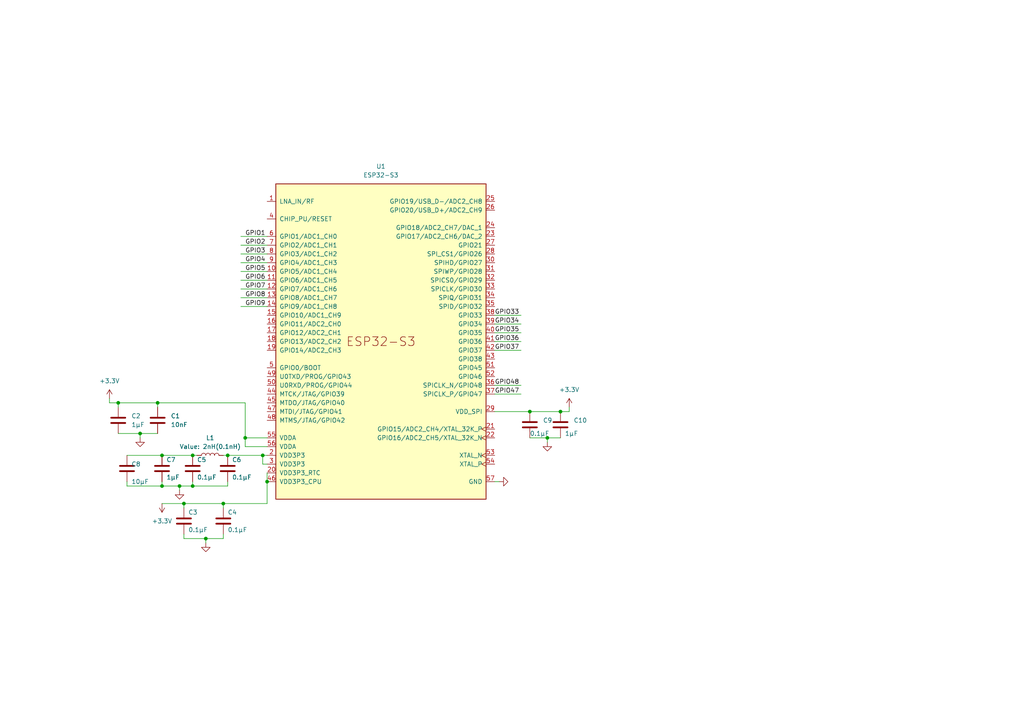
<source format=kicad_sch>
(kicad_sch (version 20230121) (generator eeschema)

  (uuid b3ecbcce-8bc5-493c-b5b6-3e2f69f7358a)

  (paper "A4")

  (lib_symbols
    (symbol "Device:C" (pin_numbers hide) (pin_names (offset 0.254)) (in_bom yes) (on_board yes)
      (property "Reference" "C" (at 0.635 2.54 0)
        (effects (font (size 1.27 1.27)) (justify left))
      )
      (property "Value" "C" (at 0.635 -2.54 0)
        (effects (font (size 1.27 1.27)) (justify left))
      )
      (property "Footprint" "" (at 0.9652 -3.81 0)
        (effects (font (size 1.27 1.27)) hide)
      )
      (property "Datasheet" "~" (at 0 0 0)
        (effects (font (size 1.27 1.27)) hide)
      )
      (property "ki_keywords" "cap capacitor" (at 0 0 0)
        (effects (font (size 1.27 1.27)) hide)
      )
      (property "ki_description" "Unpolarized capacitor" (at 0 0 0)
        (effects (font (size 1.27 1.27)) hide)
      )
      (property "ki_fp_filters" "C_*" (at 0 0 0)
        (effects (font (size 1.27 1.27)) hide)
      )
      (symbol "C_0_1"
        (polyline
          (pts
            (xy -2.032 -0.762)
            (xy 2.032 -0.762)
          )
          (stroke (width 0.508) (type default))
          (fill (type none))
        )
        (polyline
          (pts
            (xy -2.032 0.762)
            (xy 2.032 0.762)
          )
          (stroke (width 0.508) (type default))
          (fill (type none))
        )
      )
      (symbol "C_1_1"
        (pin passive line (at 0 3.81 270) (length 2.794)
          (name "~" (effects (font (size 1.27 1.27))))
          (number "1" (effects (font (size 1.27 1.27))))
        )
        (pin passive line (at 0 -3.81 90) (length 2.794)
          (name "~" (effects (font (size 1.27 1.27))))
          (number "2" (effects (font (size 1.27 1.27))))
        )
      )
    )
    (symbol "Device:L" (pin_numbers hide) (pin_names (offset 1.016) hide) (in_bom yes) (on_board yes)
      (property "Reference" "L" (at -1.27 0 90)
        (effects (font (size 1.27 1.27)))
      )
      (property "Value" "L" (at 1.905 0 90)
        (effects (font (size 1.27 1.27)))
      )
      (property "Footprint" "" (at 0 0 0)
        (effects (font (size 1.27 1.27)) hide)
      )
      (property "Datasheet" "~" (at 0 0 0)
        (effects (font (size 1.27 1.27)) hide)
      )
      (property "ki_keywords" "inductor choke coil reactor magnetic" (at 0 0 0)
        (effects (font (size 1.27 1.27)) hide)
      )
      (property "ki_description" "Inductor" (at 0 0 0)
        (effects (font (size 1.27 1.27)) hide)
      )
      (property "ki_fp_filters" "Choke_* *Coil* Inductor_* L_*" (at 0 0 0)
        (effects (font (size 1.27 1.27)) hide)
      )
      (symbol "L_0_1"
        (arc (start 0 -2.54) (mid 0.6323 -1.905) (end 0 -1.27)
          (stroke (width 0) (type default))
          (fill (type none))
        )
        (arc (start 0 -1.27) (mid 0.6323 -0.635) (end 0 0)
          (stroke (width 0) (type default))
          (fill (type none))
        )
        (arc (start 0 0) (mid 0.6323 0.635) (end 0 1.27)
          (stroke (width 0) (type default))
          (fill (type none))
        )
        (arc (start 0 1.27) (mid 0.6323 1.905) (end 0 2.54)
          (stroke (width 0) (type default))
          (fill (type none))
        )
      )
      (symbol "L_1_1"
        (pin passive line (at 0 3.81 270) (length 1.27)
          (name "1" (effects (font (size 1.27 1.27))))
          (number "1" (effects (font (size 1.27 1.27))))
        )
        (pin passive line (at 0 -3.81 90) (length 1.27)
          (name "2" (effects (font (size 1.27 1.27))))
          (number "2" (effects (font (size 1.27 1.27))))
        )
      )
    )
    (symbol "Espressif:ESP32-S3" (pin_names (offset 1.016)) (in_bom yes) (on_board yes)
      (property "Reference" "U" (at 0 48.26 0)
        (effects (font (size 1.27 1.27)))
      )
      (property "Value" "ESP32-S3" (at 0 -48.26 0)
        (effects (font (size 1.27 1.27)))
      )
      (property "Footprint" "Package_DFN_QFN:QFN-56-1EP_7x7mm_P0.4mm_EP5.6x5.6mm" (at 0 -50.8 0)
        (effects (font (size 1.27 1.27)) hide)
      )
      (property "Datasheet" "https://www.espressif.com/sites/default/files/documentation/esp32-s3_datasheet_en.pdf" (at 0 -53.34 0)
        (effects (font (size 1.27 1.27)) hide)
      )
      (property "ki_description" "ESP32-S3 is a low-power MCU-based system-on-chip (SoC) that supports 2.4 GHz Wi-Fi and Bluetooth® Low Energy (Bluetooth LE). It consists of high-performance dual-core microprocessor (Xtensa® 32-bit LX7), a low power coprocessor, a Wi-Fi baseband, a Bluetooth LE baseband, RF module, and peripherals." (at 0 0 0)
        (effects (font (size 1.27 1.27)) hide)
      )
      (symbol "ESP32-S3_0_0"
        (text "ESP32-S3" (at 0 0 0)
          (effects (font (size 2.54 2.54)))
        )
        (pin bidirectional line (at 33.02 -12.7 180) (length 2.54)
          (name "SPICLK_N/GPIO48" (effects (font (size 1.27 1.27))))
          (number "36" (effects (font (size 1.27 1.27))))
        )
        (pin bidirectional line (at 33.02 -15.24 180) (length 2.54)
          (name "SPICLK_P/GPIO47" (effects (font (size 1.27 1.27))))
          (number "37" (effects (font (size 1.27 1.27))))
        )
      )
      (symbol "ESP32-S3_0_1"
        (rectangle (start -30.48 45.72) (end 30.48 -45.72)
          (stroke (width 0.254) (type default))
          (fill (type background))
        )
      )
      (symbol "ESP32-S3_1_1"
        (pin bidirectional line (at -33.02 40.64 0) (length 2.54)
          (name "LNA_IN/RF" (effects (font (size 1.27 1.27))))
          (number "1" (effects (font (size 1.27 1.27))))
        )
        (pin bidirectional line (at -33.02 20.32 0) (length 2.54)
          (name "GPIO5/ADC1_CH4" (effects (font (size 1.27 1.27))))
          (number "10" (effects (font (size 1.27 1.27))))
        )
        (pin bidirectional line (at -33.02 17.78 0) (length 2.54)
          (name "GPIO6/ADC1_CH5" (effects (font (size 1.27 1.27))))
          (number "11" (effects (font (size 1.27 1.27))))
        )
        (pin bidirectional line (at -33.02 15.24 0) (length 2.54)
          (name "GPIO7/ADC1_CH6" (effects (font (size 1.27 1.27))))
          (number "12" (effects (font (size 1.27 1.27))))
        )
        (pin bidirectional line (at -33.02 12.7 0) (length 2.54)
          (name "GPIO8/ADC1_CH7" (effects (font (size 1.27 1.27))))
          (number "13" (effects (font (size 1.27 1.27))))
        )
        (pin bidirectional line (at -33.02 10.16 0) (length 2.54)
          (name "GPIO9/ADC1_CH8" (effects (font (size 1.27 1.27))))
          (number "14" (effects (font (size 1.27 1.27))))
        )
        (pin bidirectional line (at -33.02 7.62 0) (length 2.54)
          (name "GPIO10/ADC1_CH9" (effects (font (size 1.27 1.27))))
          (number "15" (effects (font (size 1.27 1.27))))
        )
        (pin bidirectional line (at -33.02 5.08 0) (length 2.54)
          (name "GPIO11/ADC2_CH0" (effects (font (size 1.27 1.27))))
          (number "16" (effects (font (size 1.27 1.27))))
        )
        (pin bidirectional line (at -33.02 2.54 0) (length 2.54)
          (name "GPIO12/ADC2_CH1" (effects (font (size 1.27 1.27))))
          (number "17" (effects (font (size 1.27 1.27))))
        )
        (pin bidirectional line (at -33.02 0 0) (length 2.54)
          (name "GPIO13/ADC2_CH2" (effects (font (size 1.27 1.27))))
          (number "18" (effects (font (size 1.27 1.27))))
        )
        (pin bidirectional line (at -33.02 -2.54 0) (length 2.54)
          (name "GPIO14/ADC2_CH3" (effects (font (size 1.27 1.27))))
          (number "19" (effects (font (size 1.27 1.27))))
        )
        (pin power_in line (at -33.02 -33.02 0) (length 2.54)
          (name "VDD3P3" (effects (font (size 1.27 1.27))))
          (number "2" (effects (font (size 1.27 1.27))))
        )
        (pin power_in line (at -33.02 -38.1 0) (length 2.54)
          (name "VDD3P3_RTC" (effects (font (size 1.27 1.27))))
          (number "20" (effects (font (size 1.27 1.27))))
        )
        (pin input clock (at 33.02 -25.4 180) (length 2.54)
          (name "GPIO15/ADC2_CH4/XTAL_32K_P" (effects (font (size 1.27 1.27))))
          (number "21" (effects (font (size 1.27 1.27))))
        )
        (pin output clock (at 33.02 -27.94 180) (length 2.54)
          (name "GPIO16/ADC2_CH5/XTAL_32K_N" (effects (font (size 1.27 1.27))))
          (number "22" (effects (font (size 1.27 1.27))))
        )
        (pin bidirectional line (at 33.02 30.48 180) (length 2.54)
          (name "GPIO17/ADC2_CH6/DAC_2" (effects (font (size 1.27 1.27))))
          (number "23" (effects (font (size 1.27 1.27))))
        )
        (pin bidirectional line (at 33.02 33.02 180) (length 2.54)
          (name "GPIO18/ADC2_CH7/DAC_1" (effects (font (size 1.27 1.27))))
          (number "24" (effects (font (size 1.27 1.27))))
        )
        (pin bidirectional line (at 33.02 40.64 180) (length 2.54)
          (name "GPIO19/USB_D-/ADC2_CH8" (effects (font (size 1.27 1.27))))
          (number "25" (effects (font (size 1.27 1.27))))
        )
        (pin bidirectional line (at 33.02 38.1 180) (length 2.54)
          (name "GPIO20/USB_D+/ADC2_CH9" (effects (font (size 1.27 1.27))))
          (number "26" (effects (font (size 1.27 1.27))))
        )
        (pin bidirectional line (at 33.02 27.94 180) (length 2.54)
          (name "GPIO21" (effects (font (size 1.27 1.27))))
          (number "27" (effects (font (size 1.27 1.27))))
        )
        (pin bidirectional line (at 33.02 25.4 180) (length 2.54)
          (name "SPI_CS1/GPIO26" (effects (font (size 1.27 1.27))))
          (number "28" (effects (font (size 1.27 1.27))))
        )
        (pin power_out line (at 33.02 -20.32 180) (length 2.54)
          (name "VDD_SPI" (effects (font (size 1.27 1.27))))
          (number "29" (effects (font (size 1.27 1.27))))
        )
        (pin power_in line (at -33.02 -35.56 0) (length 2.54)
          (name "VDD3P3" (effects (font (size 1.27 1.27))))
          (number "3" (effects (font (size 1.27 1.27))))
        )
        (pin bidirectional line (at 33.02 22.86 180) (length 2.54)
          (name "SPIHD/GPIO27" (effects (font (size 1.27 1.27))))
          (number "30" (effects (font (size 1.27 1.27))))
        )
        (pin bidirectional line (at 33.02 20.32 180) (length 2.54)
          (name "SPIWP/GPIO28" (effects (font (size 1.27 1.27))))
          (number "31" (effects (font (size 1.27 1.27))))
        )
        (pin bidirectional line (at 33.02 17.78 180) (length 2.54)
          (name "SPICS0/GPIO29" (effects (font (size 1.27 1.27))))
          (number "32" (effects (font (size 1.27 1.27))))
        )
        (pin bidirectional line (at 33.02 15.24 180) (length 2.54)
          (name "SPICLK/GPIO30" (effects (font (size 1.27 1.27))))
          (number "33" (effects (font (size 1.27 1.27))))
        )
        (pin bidirectional line (at 33.02 12.7 180) (length 2.54)
          (name "SPIQ/GPIO31" (effects (font (size 1.27 1.27))))
          (number "34" (effects (font (size 1.27 1.27))))
        )
        (pin bidirectional line (at 33.02 10.16 180) (length 2.54)
          (name "SPID/GPIO32" (effects (font (size 1.27 1.27))))
          (number "35" (effects (font (size 1.27 1.27))))
        )
        (pin bidirectional line (at 33.02 7.62 180) (length 2.54)
          (name "GPIO33" (effects (font (size 1.27 1.27))))
          (number "38" (effects (font (size 1.27 1.27))))
        )
        (pin bidirectional line (at 33.02 5.08 180) (length 2.54)
          (name "GPIO34" (effects (font (size 1.27 1.27))))
          (number "39" (effects (font (size 1.27 1.27))))
        )
        (pin input line (at -33.02 35.56 0) (length 2.54)
          (name "CHIP_PU/RESET" (effects (font (size 1.27 1.27))))
          (number "4" (effects (font (size 1.27 1.27))))
        )
        (pin bidirectional line (at 33.02 2.54 180) (length 2.54)
          (name "GPIO35" (effects (font (size 1.27 1.27))))
          (number "40" (effects (font (size 1.27 1.27))))
        )
        (pin bidirectional line (at 33.02 0 180) (length 2.54)
          (name "GPIO36" (effects (font (size 1.27 1.27))))
          (number "41" (effects (font (size 1.27 1.27))))
        )
        (pin bidirectional line (at 33.02 -2.54 180) (length 2.54)
          (name "GPIO37" (effects (font (size 1.27 1.27))))
          (number "42" (effects (font (size 1.27 1.27))))
        )
        (pin bidirectional line (at 33.02 -5.08 180) (length 2.54)
          (name "GPIO38" (effects (font (size 1.27 1.27))))
          (number "43" (effects (font (size 1.27 1.27))))
        )
        (pin bidirectional line (at -33.02 -15.24 0) (length 2.54)
          (name "MTCK/JTAG/GPIO39" (effects (font (size 1.27 1.27))))
          (number "44" (effects (font (size 1.27 1.27))))
        )
        (pin bidirectional line (at -33.02 -17.78 0) (length 2.54)
          (name "MTDO/JTAG/GPIO40" (effects (font (size 1.27 1.27))))
          (number "45" (effects (font (size 1.27 1.27))))
        )
        (pin power_in line (at -33.02 -40.64 0) (length 2.54)
          (name "VDD3P3_CPU" (effects (font (size 1.27 1.27))))
          (number "46" (effects (font (size 1.27 1.27))))
        )
        (pin bidirectional line (at -33.02 -20.32 0) (length 2.54)
          (name "MTDI/JTAG/GPIO41" (effects (font (size 1.27 1.27))))
          (number "47" (effects (font (size 1.27 1.27))))
        )
        (pin bidirectional line (at -33.02 -22.86 0) (length 2.54)
          (name "MTMS/JTAG/GPIO42" (effects (font (size 1.27 1.27))))
          (number "48" (effects (font (size 1.27 1.27))))
        )
        (pin bidirectional line (at -33.02 -10.16 0) (length 2.54)
          (name "U0TXD/PROG/GPIO43" (effects (font (size 1.27 1.27))))
          (number "49" (effects (font (size 1.27 1.27))))
        )
        (pin bidirectional line (at -33.02 -7.62 0) (length 2.54)
          (name "GPIO0/BOOT" (effects (font (size 1.27 1.27))))
          (number "5" (effects (font (size 1.27 1.27))))
        )
        (pin bidirectional line (at -33.02 -12.7 0) (length 2.54)
          (name "U0RXD/PROG/GPIO44" (effects (font (size 1.27 1.27))))
          (number "50" (effects (font (size 1.27 1.27))))
        )
        (pin bidirectional line (at 33.02 -7.62 180) (length 2.54)
          (name "GPIO45" (effects (font (size 1.27 1.27))))
          (number "51" (effects (font (size 1.27 1.27))))
        )
        (pin bidirectional line (at 33.02 -10.16 180) (length 2.54)
          (name "GPIO46" (effects (font (size 1.27 1.27))))
          (number "52" (effects (font (size 1.27 1.27))))
        )
        (pin input clock (at 33.02 -33.02 180) (length 2.54)
          (name "XTAL_N" (effects (font (size 1.27 1.27))))
          (number "53" (effects (font (size 1.27 1.27))))
        )
        (pin output clock (at 33.02 -35.56 180) (length 2.54)
          (name "XTAL_P" (effects (font (size 1.27 1.27))))
          (number "54" (effects (font (size 1.27 1.27))))
        )
        (pin power_in line (at -33.02 -27.94 0) (length 2.54)
          (name "VDDA" (effects (font (size 1.27 1.27))))
          (number "55" (effects (font (size 1.27 1.27))))
        )
        (pin power_in line (at -33.02 -30.48 0) (length 2.54)
          (name "VDDA" (effects (font (size 1.27 1.27))))
          (number "56" (effects (font (size 1.27 1.27))))
        )
        (pin power_in line (at 33.02 -40.64 180) (length 2.54)
          (name "GND" (effects (font (size 1.27 1.27))))
          (number "57" (effects (font (size 1.27 1.27))))
        )
        (pin bidirectional line (at -33.02 30.48 0) (length 2.54)
          (name "GPIO1/ADC1_CH0" (effects (font (size 1.27 1.27))))
          (number "6" (effects (font (size 1.27 1.27))))
        )
        (pin bidirectional line (at -33.02 27.94 0) (length 2.54)
          (name "GPIO2/ADC1_CH1" (effects (font (size 1.27 1.27))))
          (number "7" (effects (font (size 1.27 1.27))))
        )
        (pin bidirectional line (at -33.02 25.4 0) (length 2.54)
          (name "GPIO3/ADC1_CH2" (effects (font (size 1.27 1.27))))
          (number "8" (effects (font (size 1.27 1.27))))
        )
        (pin bidirectional line (at -33.02 22.86 0) (length 2.54)
          (name "GPIO4/ADC1_CH3" (effects (font (size 1.27 1.27))))
          (number "9" (effects (font (size 1.27 1.27))))
        )
      )
    )
    (symbol "power:+3.3V" (power) (pin_names (offset 0)) (in_bom yes) (on_board yes)
      (property "Reference" "#PWR" (at 0 -3.81 0)
        (effects (font (size 1.27 1.27)) hide)
      )
      (property "Value" "+3.3V" (at 0 3.556 0)
        (effects (font (size 1.27 1.27)))
      )
      (property "Footprint" "" (at 0 0 0)
        (effects (font (size 1.27 1.27)) hide)
      )
      (property "Datasheet" "" (at 0 0 0)
        (effects (font (size 1.27 1.27)) hide)
      )
      (property "ki_keywords" "global power" (at 0 0 0)
        (effects (font (size 1.27 1.27)) hide)
      )
      (property "ki_description" "Power symbol creates a global label with name \"+3.3V\"" (at 0 0 0)
        (effects (font (size 1.27 1.27)) hide)
      )
      (symbol "+3.3V_0_1"
        (polyline
          (pts
            (xy -0.762 1.27)
            (xy 0 2.54)
          )
          (stroke (width 0) (type default))
          (fill (type none))
        )
        (polyline
          (pts
            (xy 0 0)
            (xy 0 2.54)
          )
          (stroke (width 0) (type default))
          (fill (type none))
        )
        (polyline
          (pts
            (xy 0 2.54)
            (xy 0.762 1.27)
          )
          (stroke (width 0) (type default))
          (fill (type none))
        )
      )
      (symbol "+3.3V_1_1"
        (pin power_in line (at 0 0 90) (length 0) hide
          (name "+3.3V" (effects (font (size 1.27 1.27))))
          (number "1" (effects (font (size 1.27 1.27))))
        )
      )
    )
    (symbol "power:GND" (power) (pin_names (offset 0)) (in_bom yes) (on_board yes)
      (property "Reference" "#PWR" (at 0 -6.35 0)
        (effects (font (size 1.27 1.27)) hide)
      )
      (property "Value" "GND" (at 0 -3.81 0)
        (effects (font (size 1.27 1.27)))
      )
      (property "Footprint" "" (at 0 0 0)
        (effects (font (size 1.27 1.27)) hide)
      )
      (property "Datasheet" "" (at 0 0 0)
        (effects (font (size 1.27 1.27)) hide)
      )
      (property "ki_keywords" "global power" (at 0 0 0)
        (effects (font (size 1.27 1.27)) hide)
      )
      (property "ki_description" "Power symbol creates a global label with name \"GND\" , ground" (at 0 0 0)
        (effects (font (size 1.27 1.27)) hide)
      )
      (symbol "GND_0_1"
        (polyline
          (pts
            (xy 0 0)
            (xy 0 -1.27)
            (xy 1.27 -1.27)
            (xy 0 -2.54)
            (xy -1.27 -1.27)
            (xy 0 -1.27)
          )
          (stroke (width 0) (type default))
          (fill (type none))
        )
      )
      (symbol "GND_1_1"
        (pin power_in line (at 0 0 270) (length 0) hide
          (name "GND" (effects (font (size 1.27 1.27))))
          (number "1" (effects (font (size 1.27 1.27))))
        )
      )
    )
  )

  (junction (at 55.88 132.08) (diameter 0) (color 0 0 0 0)
    (uuid 0fb753c6-cf4f-4a6f-b35a-8e6a2b92f595)
  )
  (junction (at 66.04 132.08) (diameter 0) (color 0 0 0 0)
    (uuid 174d1bd9-6974-4c2f-8fec-5df4f2b91670)
  )
  (junction (at 77.47 139.7) (diameter 0) (color 0 0 0 0)
    (uuid 2665dcd9-a5c0-4ec8-be31-6b9c5d1dd39e)
  )
  (junction (at 76.2 132.08) (diameter 0) (color 0 0 0 0)
    (uuid 28dcbd3d-515c-4e2d-bebe-e3988da79222)
  )
  (junction (at 71.12 127) (diameter 0) (color 0 0 0 0)
    (uuid 43bcc258-6b15-4890-a49e-5fd0c7a12b62)
  )
  (junction (at 45.72 116.84) (diameter 0) (color 0 0 0 0)
    (uuid 5b38247e-b12f-438a-ad5c-c7c6b4c1d3a9)
  )
  (junction (at 162.56 119.38) (diameter 0) (color 0 0 0 0)
    (uuid 6d0a6f87-32e9-448b-9f6e-3b3cd583c4e0)
  )
  (junction (at 158.75 127) (diameter 0) (color 0 0 0 0)
    (uuid 75bbf7db-c6be-406d-a8d7-f4bafaf62198)
  )
  (junction (at 64.77 146.05) (diameter 0) (color 0 0 0 0)
    (uuid 838b5141-a867-45ba-9da2-506f64707f4e)
  )
  (junction (at 46.99 140.97) (diameter 0) (color 0 0 0 0)
    (uuid 9f8ec28b-d5c2-4f3f-90e8-24579c182ba1)
  )
  (junction (at 46.99 132.08) (diameter 0) (color 0 0 0 0)
    (uuid aaa62f70-bf54-4cde-87c5-7a1991753f0b)
  )
  (junction (at 59.69 156.21) (diameter 0) (color 0 0 0 0)
    (uuid bc70e329-9eab-4a3d-8f3c-624563ba0a11)
  )
  (junction (at 55.88 140.97) (diameter 0) (color 0 0 0 0)
    (uuid c2c74520-57d5-4017-9346-08116dd7e2c1)
  )
  (junction (at 34.29 116.84) (diameter 0) (color 0 0 0 0)
    (uuid cd53b953-afcd-44fe-897d-1ff99b02b92f)
  )
  (junction (at 40.64 125.73) (diameter 0) (color 0 0 0 0)
    (uuid d9d3f77b-c6cd-485d-aeab-b56fa587fcec)
  )
  (junction (at 53.34 146.05) (diameter 0) (color 0 0 0 0)
    (uuid e1e43265-b773-4c83-8535-8bcc31b9c726)
  )
  (junction (at 52.07 140.97) (diameter 0) (color 0 0 0 0)
    (uuid ef668351-483c-4d16-ad0f-f9e37889f6be)
  )
  (junction (at 153.67 119.38) (diameter 0) (color 0 0 0 0)
    (uuid f0bff0bb-9c21-4fb4-b931-da308343f81a)
  )

  (wire (pts (xy 36.83 132.08) (xy 46.99 132.08))
    (stroke (width 0) (type default))
    (uuid 000df52d-0259-4e67-b66a-19666cd6ed33)
  )
  (wire (pts (xy 71.12 127) (xy 71.12 129.54))
    (stroke (width 0) (type default))
    (uuid 0519260c-251f-46e8-9d92-495e90e1a36a)
  )
  (wire (pts (xy 143.51 96.52) (xy 151.13 96.52))
    (stroke (width 0) (type default))
    (uuid 085dc8f1-a758-49f9-a48a-3cd969218a2f)
  )
  (wire (pts (xy 76.2 132.08) (xy 77.47 132.08))
    (stroke (width 0) (type default))
    (uuid 0927d887-1bdf-4bbc-a985-4cce52746112)
  )
  (wire (pts (xy 77.47 146.05) (xy 77.47 139.7))
    (stroke (width 0) (type default))
    (uuid 10676e4c-9a9d-4960-a2eb-d979aeb784fa)
  )
  (wire (pts (xy 69.85 88.9) (xy 77.47 88.9))
    (stroke (width 0) (type default))
    (uuid 163ceec3-4f1f-4cdc-84c6-9c7ee25ce512)
  )
  (wire (pts (xy 40.64 125.73) (xy 40.64 127))
    (stroke (width 0) (type default))
    (uuid 214c5c32-d4de-4b9f-b356-a85a4d6f2b3f)
  )
  (wire (pts (xy 71.12 127) (xy 77.47 127))
    (stroke (width 0) (type default))
    (uuid 25f3cdf2-1e09-4ddc-9c4e-3b1059c729da)
  )
  (wire (pts (xy 69.85 81.28) (xy 77.47 81.28))
    (stroke (width 0) (type default))
    (uuid 28d4f43a-4f29-4a8f-b461-b91d0942bfb2)
  )
  (wire (pts (xy 53.34 147.32) (xy 53.34 146.05))
    (stroke (width 0) (type default))
    (uuid 2b17e2ca-fda5-4474-aa37-b2df19f92410)
  )
  (wire (pts (xy 34.29 125.73) (xy 40.64 125.73))
    (stroke (width 0) (type default))
    (uuid 2c61844b-61a2-4d37-ad6d-388957eb5693)
  )
  (wire (pts (xy 64.77 154.94) (xy 64.77 156.21))
    (stroke (width 0) (type default))
    (uuid 30c7edb6-edac-4ca4-bfb9-d4e3c490e284)
  )
  (wire (pts (xy 76.2 134.62) (xy 77.47 134.62))
    (stroke (width 0) (type default))
    (uuid 31edbe6a-2a19-44b1-8bf2-494624ee5d27)
  )
  (wire (pts (xy 55.88 139.7) (xy 55.88 140.97))
    (stroke (width 0) (type default))
    (uuid 35204e4a-a300-4bf8-9d5f-847f2a0b4a47)
  )
  (wire (pts (xy 69.85 78.74) (xy 77.47 78.74))
    (stroke (width 0) (type default))
    (uuid 36a7363f-d362-41d5-8a0d-e1f86105153e)
  )
  (wire (pts (xy 71.12 116.84) (xy 71.12 127))
    (stroke (width 0) (type default))
    (uuid 3708c59f-b65b-45fa-a7d6-a66b32225d08)
  )
  (wire (pts (xy 76.2 134.62) (xy 76.2 132.08))
    (stroke (width 0) (type default))
    (uuid 393ebdd1-c88a-4074-b237-4118dcf84400)
  )
  (wire (pts (xy 59.69 156.21) (xy 64.77 156.21))
    (stroke (width 0) (type default))
    (uuid 404c51ff-7025-4331-a2f7-8d416359deca)
  )
  (wire (pts (xy 162.56 119.38) (xy 165.1 119.38))
    (stroke (width 0) (type default))
    (uuid 493224d7-2d73-4e21-b3dd-5356447e012d)
  )
  (wire (pts (xy 77.47 137.16) (xy 77.47 139.7))
    (stroke (width 0) (type default))
    (uuid 49c07a9b-406a-45bb-b71b-e0dd3fefd6d5)
  )
  (wire (pts (xy 144.78 139.7) (xy 143.51 139.7))
    (stroke (width 0) (type default))
    (uuid 51978017-a57f-4d9f-a908-84823c10a5c3)
  )
  (wire (pts (xy 59.69 156.21) (xy 59.69 157.48))
    (stroke (width 0) (type default))
    (uuid 54f42c60-61bd-41ec-908a-f797916b7fd3)
  )
  (wire (pts (xy 165.1 118.11) (xy 165.1 119.38))
    (stroke (width 0) (type default))
    (uuid 552aa767-b7f3-4c46-9bdc-3383799a8353)
  )
  (wire (pts (xy 46.99 132.08) (xy 55.88 132.08))
    (stroke (width 0) (type default))
    (uuid 5c75e329-3006-407a-8547-379ba990633b)
  )
  (wire (pts (xy 34.29 116.84) (xy 45.72 116.84))
    (stroke (width 0) (type default))
    (uuid 5c815e61-a246-494d-a6fa-33c927acdd16)
  )
  (wire (pts (xy 55.88 132.08) (xy 57.15 132.08))
    (stroke (width 0) (type default))
    (uuid 63a8cb93-fd5c-4dc7-85c1-6798f35b3ee0)
  )
  (wire (pts (xy 53.34 156.21) (xy 59.69 156.21))
    (stroke (width 0) (type default))
    (uuid 641420ca-65ae-4531-a856-6ed2fb6aded4)
  )
  (wire (pts (xy 53.34 146.05) (xy 64.77 146.05))
    (stroke (width 0) (type default))
    (uuid 668dd701-9a09-4110-bb58-728afc977eed)
  )
  (wire (pts (xy 31.75 115.57) (xy 31.75 116.84))
    (stroke (width 0) (type default))
    (uuid 6a3ff32f-5521-41ad-8c56-a94adc65bc60)
  )
  (wire (pts (xy 69.85 73.66) (xy 77.47 73.66))
    (stroke (width 0) (type default))
    (uuid 6b9944c5-3038-4a1f-a724-4b2648086e6a)
  )
  (wire (pts (xy 158.75 127) (xy 158.75 128.27))
    (stroke (width 0) (type default))
    (uuid 6cd243a4-24c2-4b80-91c7-71f69e8938fe)
  )
  (wire (pts (xy 64.77 132.08) (xy 66.04 132.08))
    (stroke (width 0) (type default))
    (uuid 73b52535-09cb-4aa1-85c3-e723d7fb0d86)
  )
  (wire (pts (xy 143.51 111.76) (xy 151.13 111.76))
    (stroke (width 0) (type default))
    (uuid 774be4e3-f502-45a7-a762-f2879f9d569d)
  )
  (wire (pts (xy 40.64 125.73) (xy 45.72 125.73))
    (stroke (width 0) (type default))
    (uuid 7bc74601-e7e6-4115-a6e1-d51114503200)
  )
  (wire (pts (xy 158.75 127) (xy 162.56 127))
    (stroke (width 0) (type default))
    (uuid 8ee4c514-a5db-4be2-b2c2-39e5820c8a2d)
  )
  (wire (pts (xy 153.67 119.38) (xy 162.56 119.38))
    (stroke (width 0) (type default))
    (uuid 9500f142-494c-4cbb-bd72-41cf4f26bd76)
  )
  (wire (pts (xy 52.07 140.97) (xy 55.88 140.97))
    (stroke (width 0) (type default))
    (uuid 954924ac-dac6-4cfe-b887-ba2acd80d7ec)
  )
  (wire (pts (xy 55.88 140.97) (xy 66.04 140.97))
    (stroke (width 0) (type default))
    (uuid 9858eed2-c308-4640-9c61-7a84f950b7d6)
  )
  (wire (pts (xy 69.85 71.12) (xy 77.47 71.12))
    (stroke (width 0) (type default))
    (uuid 9b59cc42-01fe-4ba5-96de-100e54877831)
  )
  (wire (pts (xy 52.07 140.97) (xy 52.07 142.24))
    (stroke (width 0) (type default))
    (uuid 9efa4d09-bb7c-48a2-a770-131353d8b4b0)
  )
  (wire (pts (xy 66.04 139.7) (xy 66.04 140.97))
    (stroke (width 0) (type default))
    (uuid a051cb61-fc04-40a6-abe2-bbacd0ed4f89)
  )
  (wire (pts (xy 64.77 146.05) (xy 64.77 147.32))
    (stroke (width 0) (type default))
    (uuid a1acbe73-4172-40eb-8166-3c4d6730c5fa)
  )
  (wire (pts (xy 143.51 99.06) (xy 151.13 99.06))
    (stroke (width 0) (type default))
    (uuid a40b0a4e-8d43-4feb-b84e-8af3475a644e)
  )
  (wire (pts (xy 46.99 139.7) (xy 46.99 140.97))
    (stroke (width 0) (type default))
    (uuid a5209ce1-cfdd-4336-bfe1-2aba389d495a)
  )
  (wire (pts (xy 143.51 93.98) (xy 151.13 93.98))
    (stroke (width 0) (type default))
    (uuid abc98c85-36dc-43f9-b12c-8b0695bf49c3)
  )
  (wire (pts (xy 69.85 68.58) (xy 77.47 68.58))
    (stroke (width 0) (type default))
    (uuid aeac01a7-e0e1-49d8-be6d-ca9b70703c5d)
  )
  (wire (pts (xy 31.75 116.84) (xy 34.29 116.84))
    (stroke (width 0) (type default))
    (uuid af607efd-589e-4255-be6f-2f61bcfbf7f8)
  )
  (wire (pts (xy 143.51 91.44) (xy 151.13 91.44))
    (stroke (width 0) (type default))
    (uuid b026cca0-e8df-4169-8bb7-57abe90b3319)
  )
  (wire (pts (xy 143.51 101.6) (xy 151.13 101.6))
    (stroke (width 0) (type default))
    (uuid b1a7b87c-ee88-401d-a3fa-ee95f8213cd6)
  )
  (wire (pts (xy 53.34 154.94) (xy 53.34 156.21))
    (stroke (width 0) (type default))
    (uuid b36bb470-2141-44d4-a34c-9ea956d38b4d)
  )
  (wire (pts (xy 64.77 146.05) (xy 77.47 146.05))
    (stroke (width 0) (type default))
    (uuid b44fb4d7-bfc3-4d95-9a72-8e503e39a7b4)
  )
  (wire (pts (xy 143.51 114.3) (xy 151.13 114.3))
    (stroke (width 0) (type default))
    (uuid baabb6f8-0b2b-4388-bac0-ba46a4714da4)
  )
  (wire (pts (xy 71.12 129.54) (xy 77.47 129.54))
    (stroke (width 0) (type default))
    (uuid bc70e2ac-5e59-4eae-be5f-e787ff18aad4)
  )
  (wire (pts (xy 66.04 132.08) (xy 76.2 132.08))
    (stroke (width 0) (type default))
    (uuid ce37be45-48f4-432e-9606-25364319da0f)
  )
  (wire (pts (xy 143.51 119.38) (xy 153.67 119.38))
    (stroke (width 0) (type default))
    (uuid d0dad8ba-5091-4559-bf2f-0f4ffcbaf5ed)
  )
  (wire (pts (xy 34.29 116.84) (xy 34.29 118.11))
    (stroke (width 0) (type default))
    (uuid d4e0ae55-940b-4338-91fb-6c45f789b612)
  )
  (wire (pts (xy 45.72 116.84) (xy 71.12 116.84))
    (stroke (width 0) (type default))
    (uuid d5b19b23-1941-40e2-b0e1-476615ab0b22)
  )
  (wire (pts (xy 153.67 127) (xy 158.75 127))
    (stroke (width 0) (type default))
    (uuid d96fa8b3-7e5b-4399-9215-26c737501a43)
  )
  (wire (pts (xy 69.85 83.82) (xy 77.47 83.82))
    (stroke (width 0) (type default))
    (uuid d99d0b4e-679e-41f2-9d95-457f4ca0bdb8)
  )
  (wire (pts (xy 53.34 146.05) (xy 46.99 146.05))
    (stroke (width 0) (type default))
    (uuid dcc8e36d-7a39-46e4-b9ad-c3467eaa37f4)
  )
  (wire (pts (xy 69.85 76.2) (xy 77.47 76.2))
    (stroke (width 0) (type default))
    (uuid dd780291-9600-4f3e-9e5e-8bd2548f603c)
  )
  (wire (pts (xy 45.72 116.84) (xy 45.72 118.11))
    (stroke (width 0) (type default))
    (uuid e207942b-cf5d-4ab4-a0f3-18382fdaf315)
  )
  (wire (pts (xy 36.83 140.97) (xy 46.99 140.97))
    (stroke (width 0) (type default))
    (uuid e6a6976e-d79e-40ac-bd82-bd5e40a48fc7)
  )
  (wire (pts (xy 69.85 86.36) (xy 77.47 86.36))
    (stroke (width 0) (type default))
    (uuid fa63b450-5eeb-4049-a6dc-b1012991be27)
  )
  (wire (pts (xy 46.99 140.97) (xy 52.07 140.97))
    (stroke (width 0) (type default))
    (uuid fdbe8be2-abd4-4639-98b4-7f0b41e9ce8e)
  )
  (wire (pts (xy 36.83 139.7) (xy 36.83 140.97))
    (stroke (width 0) (type default))
    (uuid fe448681-e01f-4e63-bbc5-5054e768df86)
  )

  (label "GPIO5" (at 71.12 78.74 0) (fields_autoplaced)
    (effects (font (size 1.27 1.27)) (justify left bottom))
    (uuid 09332a95-c3f3-4fa8-949e-7fb47b09d421)
  )
  (label "GPIO37" (at 143.51 101.6 0) (fields_autoplaced)
    (effects (font (size 1.27 1.27)) (justify left bottom))
    (uuid 13440de8-e0e8-4cf3-b9d3-1a5d910a5652)
  )
  (label "GPIO6" (at 71.12 81.28 0) (fields_autoplaced)
    (effects (font (size 1.27 1.27)) (justify left bottom))
    (uuid 1a56ca8a-3e1a-4a90-a0f5-c14081449205)
  )
  (label "GPIO34" (at 143.51 93.98 0) (fields_autoplaced)
    (effects (font (size 1.27 1.27)) (justify left bottom))
    (uuid 2566d8f6-f139-4382-985e-153bf7768fb2)
  )
  (label "GPIO47" (at 143.51 114.3 0) (fields_autoplaced)
    (effects (font (size 1.27 1.27)) (justify left bottom))
    (uuid 3d49c121-b153-497a-9e63-71f47ef7e563)
  )
  (label "GPIO3" (at 71.12 73.66 0) (fields_autoplaced)
    (effects (font (size 1.27 1.27)) (justify left bottom))
    (uuid 467b0097-f600-47e5-a551-b1654da1a11b)
  )
  (label "GPIO2" (at 71.12 71.12 0) (fields_autoplaced)
    (effects (font (size 1.27 1.27)) (justify left bottom))
    (uuid 510ebc3a-e4d8-4363-9451-c27a7fce27ba)
  )
  (label "GPIO35" (at 143.51 96.52 0) (fields_autoplaced)
    (effects (font (size 1.27 1.27)) (justify left bottom))
    (uuid 5ba64775-dcb3-4f52-9f44-831c656446ae)
  )
  (label "GPIO1" (at 71.12 68.58 0) (fields_autoplaced)
    (effects (font (size 1.27 1.27)) (justify left bottom))
    (uuid 6353c152-f605-4260-a00f-964bd8f341bc)
  )
  (label "GPIO36" (at 143.51 99.06 0) (fields_autoplaced)
    (effects (font (size 1.27 1.27)) (justify left bottom))
    (uuid 647155de-a55f-4ec6-a09e-7ea362595251)
  )
  (label "GPIO7" (at 71.12 83.82 0) (fields_autoplaced)
    (effects (font (size 1.27 1.27)) (justify left bottom))
    (uuid 7e066916-9aa3-4b20-8c1e-02615400e8e4)
  )
  (label "GPIO8" (at 71.12 86.36 0) (fields_autoplaced)
    (effects (font (size 1.27 1.27)) (justify left bottom))
    (uuid 9c305478-2d38-45cc-a5e8-dbd39f8b3e6d)
  )
  (label "GPIO4" (at 71.12 76.2 0) (fields_autoplaced)
    (effects (font (size 1.27 1.27)) (justify left bottom))
    (uuid d7e13a4c-63e2-4eb6-a645-8e47439c76ef)
  )
  (label "GPIO9" (at 71.12 88.9 0) (fields_autoplaced)
    (effects (font (size 1.27 1.27)) (justify left bottom))
    (uuid e98cdfe5-2f64-4d50-801a-a5294d27a9bb)
  )
  (label "GPIO48" (at 143.51 111.76 0) (fields_autoplaced)
    (effects (font (size 1.27 1.27)) (justify left bottom))
    (uuid f1cd6f18-3283-4ec1-b420-e36e0e081ca4)
  )
  (label "GPIO33" (at 143.51 91.44 0) (fields_autoplaced)
    (effects (font (size 1.27 1.27)) (justify left bottom))
    (uuid f62f0767-6de0-4d25-81dd-a7081f10242f)
  )

  (symbol (lib_id "Espressif:ESP32-S3") (at 110.49 99.06 0) (unit 1)
    (in_bom yes) (on_board yes) (dnp no) (fields_autoplaced)
    (uuid 25a03191-002d-4b9b-aa6f-5f3db0df8194)
    (property "Reference" "U1" (at 110.49 48.26 0)
      (effects (font (size 1.27 1.27)))
    )
    (property "Value" "ESP32-S3" (at 110.49 50.8 0)
      (effects (font (size 1.27 1.27)))
    )
    (property "Footprint" "iclr:QFN40P700X700X90-57N" (at 110.49 149.86 0)
      (effects (font (size 1.27 1.27)) hide)
    )
    (property "Datasheet" "https://www.espressif.com/sites/default/files/documentation/esp32-s3_datasheet_en.pdf" (at 110.49 152.4 0)
      (effects (font (size 1.27 1.27)) hide)
    )
    (pin "36" (uuid a10e71a9-88c0-47cb-be91-a03937fcd6ec))
    (pin "37" (uuid 8c16ccb0-6b66-4ad5-95c6-2a39ef30dbdd))
    (pin "1" (uuid 41ce54fe-e7d1-4aad-842c-a7ff8791fcb0))
    (pin "10" (uuid 5f894e61-81e9-44b1-93c7-8ca32959952b))
    (pin "11" (uuid 7041c0a2-363f-43f3-8bd8-e5fab0964737))
    (pin "12" (uuid 51b5de17-e999-4c8e-860d-2bda53f55e18))
    (pin "13" (uuid dc4a6ce5-302f-4bf4-be70-aeca7f717c52))
    (pin "14" (uuid 86fc114a-c3c2-4b14-94f1-5b827194c6d1))
    (pin "15" (uuid d4d55217-a586-46d5-bfda-2f20c165128a))
    (pin "16" (uuid 77349ec4-2ea3-4869-8dbe-3b39c02c02a5))
    (pin "17" (uuid 998a06e3-cdb2-409a-ad49-cf1e42b417cb))
    (pin "18" (uuid 10e14584-df54-4050-adb9-d1a8c7409338))
    (pin "19" (uuid e62d9258-bf2b-40e5-9e49-198a5136830b))
    (pin "2" (uuid 66a5309f-dcab-40e0-aae9-308dc9ed856b))
    (pin "20" (uuid 7aeb7237-34de-4726-b8ff-cdd9f50f81d9))
    (pin "21" (uuid 2af84cf2-846f-4873-b1ff-9c5086411611))
    (pin "22" (uuid eea5e437-5a3d-4d3e-9d45-cb36be941f6e))
    (pin "23" (uuid f8f8c1c0-593b-428a-b93f-64344e5cb3b6))
    (pin "24" (uuid 3e4ef21f-b90d-47d7-933a-7245e24087af))
    (pin "25" (uuid c9262805-ea32-405a-8b3a-9c71fc8b661f))
    (pin "26" (uuid ebcc961e-0227-4ff8-90e4-ef9a15efaaad))
    (pin "27" (uuid dcfc2cf8-c69a-4a03-9d9b-73acd47a84c4))
    (pin "28" (uuid d4cb3f10-f69a-4578-b074-5b69a8850679))
    (pin "29" (uuid eb6a3de7-e328-4c4f-bc16-68a35f35f185))
    (pin "3" (uuid 3d354085-f40d-434e-9f56-4fe22ab0a110))
    (pin "30" (uuid 8b711984-37e6-458b-acd2-25571bfa61f1))
    (pin "31" (uuid 392f172f-7845-4464-b88d-3b7b7ea538b5))
    (pin "32" (uuid 574fad64-16b7-4373-959c-9d5a45547d1c))
    (pin "33" (uuid b846a913-8fa8-42ae-9676-ded667580b36))
    (pin "34" (uuid 05d81d53-cdfa-42d2-bf83-e5e4ab336b8a))
    (pin "35" (uuid 4b38e482-5469-4e48-a507-0967023cc162))
    (pin "38" (uuid 16b8d27e-5622-4321-8430-308e6ac21f8c))
    (pin "39" (uuid b22e8364-2be3-432f-b0e4-f32f4d279307))
    (pin "4" (uuid 11b5cd87-26b8-4a1e-aa9a-a74604f05898))
    (pin "40" (uuid b2142a59-4639-4e3e-9cd9-59e5cc4b5257))
    (pin "41" (uuid 89c00319-cb5f-4536-b2d8-44d7b052926d))
    (pin "42" (uuid 3c9aaff8-c8f8-418a-9d4b-8879131e1304))
    (pin "43" (uuid efce0c78-283b-4fec-a776-1d04a8ba7729))
    (pin "44" (uuid b92bcd30-05e5-480c-a58e-3dab37c8a413))
    (pin "45" (uuid ed39d8fd-95bc-4d3c-bfdb-88166880e6c7))
    (pin "46" (uuid 18ace9d0-c0e4-4af4-abfe-bb8dcf747738))
    (pin "47" (uuid 73cd7ad7-0807-4643-928a-d07cdfbf02e6))
    (pin "48" (uuid 4eeadfab-06c0-4e60-8b3b-bdfb2ca127b3))
    (pin "49" (uuid 25178fec-fc85-48f2-831e-3eb54f43ac53))
    (pin "5" (uuid 1ff39688-caec-4b66-8b51-bb0694677c47))
    (pin "50" (uuid be23b422-a5a3-4ea0-8ae6-a2fc81437bbd))
    (pin "51" (uuid 7c71156d-570c-426c-bc3c-6749a6e52c7f))
    (pin "52" (uuid 3312ca5f-f491-4f9f-8c81-6d5a0d6f7256))
    (pin "53" (uuid 99286998-2a02-489d-b69f-63b613d39003))
    (pin "54" (uuid c22262cb-b6fc-416d-99c2-500e222a8836))
    (pin "55" (uuid e0356da6-abee-4f5c-8f4e-6518176006ac))
    (pin "56" (uuid 8d3edd06-e9fa-4d3d-95aa-e7592883e012))
    (pin "57" (uuid 1f4bc9ee-36fa-49cc-8171-3389e9418e09))
    (pin "6" (uuid b778e15e-7b5b-40c2-a77a-47e8db30da0f))
    (pin "7" (uuid 968825fc-71e5-45b7-bfa4-f61d6092f400))
    (pin "8" (uuid df70f23b-565d-4714-9782-d837d936a6a8))
    (pin "9" (uuid 3930b301-4548-4a25-bbc5-0e7c508ca154))
    (instances
      (project "RIcardoKermit"
        (path "/7db990e4-92e1-4f99-b4d2-435bbec1ba83"
          (reference "U1") (unit 1)
        )
      )
      (project "NewMiniKermit"
        (path "/b3ecbcce-8bc5-493c-b5b6-3e2f69f7358a"
          (reference "U1") (unit 1)
        )
      )
    )
  )

  (symbol (lib_id "Device:C") (at 53.34 151.13 180) (unit 1)
    (in_bom yes) (on_board yes) (dnp no)
    (uuid 476ef435-11e9-4e5f-b26d-827f46211942)
    (property "Reference" "C3" (at 54.61 148.59 0)
      (effects (font (size 1.27 1.27)) (justify right))
    )
    (property "Value" "0.1µF" (at 54.61 153.67 0)
      (effects (font (size 1.27 1.27)) (justify right))
    )
    (property "Footprint" "" (at 52.3748 147.32 0)
      (effects (font (size 1.27 1.27)) hide)
    )
    (property "Datasheet" "~" (at 53.34 151.13 0)
      (effects (font (size 1.27 1.27)) hide)
    )
    (pin "1" (uuid 4409736b-8c98-451d-af06-b4a3be5ec5d5))
    (pin "2" (uuid d7215b5e-f067-4292-bef6-08a046b6f71e))
    (instances
      (project "NewMiniKermit"
        (path "/b3ecbcce-8bc5-493c-b5b6-3e2f69f7358a"
          (reference "C3") (unit 1)
        )
      )
    )
  )

  (symbol (lib_id "power:GND") (at 59.69 157.48 0) (unit 1)
    (in_bom yes) (on_board yes) (dnp no) (fields_autoplaced)
    (uuid 479bac72-7066-47ff-b060-3a5fd9fc9028)
    (property "Reference" "#PWR03" (at 59.69 163.83 0)
      (effects (font (size 1.27 1.27)) hide)
    )
    (property "Value" "GND" (at 59.69 162.56 0)
      (effects (font (size 1.27 1.27)) hide)
    )
    (property "Footprint" "" (at 59.69 157.48 0)
      (effects (font (size 1.27 1.27)) hide)
    )
    (property "Datasheet" "" (at 59.69 157.48 0)
      (effects (font (size 1.27 1.27)) hide)
    )
    (pin "1" (uuid cb7721b8-3ae8-46b1-9805-fc9022d1cb68))
    (instances
      (project "NewMiniKermit"
        (path "/b3ecbcce-8bc5-493c-b5b6-3e2f69f7358a"
          (reference "#PWR03") (unit 1)
        )
      )
    )
  )

  (symbol (lib_id "Device:C") (at 46.99 135.89 0) (unit 1)
    (in_bom yes) (on_board yes) (dnp no)
    (uuid 4e90a453-90dd-4f6d-9d48-306be9aeeaab)
    (property "Reference" "C7" (at 48.26 133.35 0)
      (effects (font (size 1.27 1.27)) (justify left))
    )
    (property "Value" "1µF" (at 48.26 138.43 0)
      (effects (font (size 1.27 1.27)) (justify left))
    )
    (property "Footprint" "" (at 47.9552 139.7 0)
      (effects (font (size 1.27 1.27)) hide)
    )
    (property "Datasheet" "~" (at 46.99 135.89 0)
      (effects (font (size 1.27 1.27)) hide)
    )
    (pin "1" (uuid af3c4c89-fb11-47bc-93c5-90f96e23bdba))
    (pin "2" (uuid 61547a26-4cdb-433e-b530-1f7e9d2538df))
    (instances
      (project "NewMiniKermit"
        (path "/b3ecbcce-8bc5-493c-b5b6-3e2f69f7358a"
          (reference "C7") (unit 1)
        )
      )
    )
  )

  (symbol (lib_id "power:GND") (at 52.07 142.24 0) (unit 1)
    (in_bom yes) (on_board yes) (dnp no) (fields_autoplaced)
    (uuid 599821e1-656a-40c0-bf79-bdc4291f1138)
    (property "Reference" "#PWR06" (at 52.07 148.59 0)
      (effects (font (size 1.27 1.27)) hide)
    )
    (property "Value" "GND" (at 52.07 147.32 0)
      (effects (font (size 1.27 1.27)) hide)
    )
    (property "Footprint" "" (at 52.07 142.24 0)
      (effects (font (size 1.27 1.27)) hide)
    )
    (property "Datasheet" "" (at 52.07 142.24 0)
      (effects (font (size 1.27 1.27)) hide)
    )
    (pin "1" (uuid b2945a10-c43a-4245-aae8-a09162356d58))
    (instances
      (project "NewMiniKermit"
        (path "/b3ecbcce-8bc5-493c-b5b6-3e2f69f7358a"
          (reference "#PWR06") (unit 1)
        )
      )
    )
  )

  (symbol (lib_id "Device:C") (at 36.83 135.89 0) (unit 1)
    (in_bom yes) (on_board yes) (dnp no)
    (uuid 6886c55f-2282-42b8-aafe-f684ec8d5f32)
    (property "Reference" "C8" (at 38.1 134.62 0)
      (effects (font (size 1.27 1.27)) (justify left))
    )
    (property "Value" "10µF" (at 38.1 139.7 0)
      (effects (font (size 1.27 1.27)) (justify left))
    )
    (property "Footprint" "" (at 37.7952 139.7 0)
      (effects (font (size 1.27 1.27)) hide)
    )
    (property "Datasheet" "~" (at 36.83 135.89 0)
      (effects (font (size 1.27 1.27)) hide)
    )
    (pin "1" (uuid dba677ae-6e9a-4255-a973-59b753d424a9))
    (pin "2" (uuid 6c42d3df-e3fb-4e3b-ba29-75ba2edfbc46))
    (instances
      (project "NewMiniKermit"
        (path "/b3ecbcce-8bc5-493c-b5b6-3e2f69f7358a"
          (reference "C8") (unit 1)
        )
      )
    )
  )

  (symbol (lib_id "power:GND") (at 40.64 127 0) (mirror y) (unit 1)
    (in_bom yes) (on_board yes) (dnp no) (fields_autoplaced)
    (uuid 6c791783-9e9e-43cb-9f1d-ee9d4aef3eba)
    (property "Reference" "#PWR02" (at 40.64 133.35 0)
      (effects (font (size 1.27 1.27)) hide)
    )
    (property "Value" "GND" (at 40.64 130.81 90)
      (effects (font (size 1.27 1.27)) (justify right) hide)
    )
    (property "Footprint" "" (at 40.64 127 0)
      (effects (font (size 1.27 1.27)) hide)
    )
    (property "Datasheet" "" (at 40.64 127 0)
      (effects (font (size 1.27 1.27)) hide)
    )
    (pin "1" (uuid 87e3bb87-b3a0-49bb-9315-ce30236e3695))
    (instances
      (project "NewMiniKermit"
        (path "/b3ecbcce-8bc5-493c-b5b6-3e2f69f7358a"
          (reference "#PWR02") (unit 1)
        )
      )
    )
  )

  (symbol (lib_id "Device:C") (at 162.56 123.19 0) (unit 1)
    (in_bom yes) (on_board yes) (dnp no)
    (uuid 70a18592-c391-431a-9eda-b8a32594f29f)
    (property "Reference" "C10" (at 166.37 121.92 0)
      (effects (font (size 1.27 1.27)) (justify left))
    )
    (property "Value" "1µF" (at 163.83 125.73 0)
      (effects (font (size 1.27 1.27)) (justify left))
    )
    (property "Footprint" "" (at 163.5252 127 0)
      (effects (font (size 1.27 1.27)) hide)
    )
    (property "Datasheet" "~" (at 162.56 123.19 0)
      (effects (font (size 1.27 1.27)) hide)
    )
    (pin "1" (uuid f879ca71-38f6-4dee-96d3-b7005b99a3b6))
    (pin "2" (uuid d9ced661-e526-464d-b590-4336afac34f3))
    (instances
      (project "NewMiniKermit"
        (path "/b3ecbcce-8bc5-493c-b5b6-3e2f69f7358a"
          (reference "C10") (unit 1)
        )
      )
    )
  )

  (symbol (lib_id "power:GND") (at 158.75 128.27 0) (unit 1)
    (in_bom yes) (on_board yes) (dnp no) (fields_autoplaced)
    (uuid 733fd27b-0f7e-4cfd-ba6f-50d78aedf68c)
    (property "Reference" "#PWR07" (at 158.75 134.62 0)
      (effects (font (size 1.27 1.27)) hide)
    )
    (property "Value" "GND" (at 158.75 133.35 0)
      (effects (font (size 1.27 1.27)) hide)
    )
    (property "Footprint" "" (at 158.75 128.27 0)
      (effects (font (size 1.27 1.27)) hide)
    )
    (property "Datasheet" "" (at 158.75 128.27 0)
      (effects (font (size 1.27 1.27)) hide)
    )
    (pin "1" (uuid adca4a02-ce5b-4595-8bf7-3c33584bb458))
    (instances
      (project "NewMiniKermit"
        (path "/b3ecbcce-8bc5-493c-b5b6-3e2f69f7358a"
          (reference "#PWR07") (unit 1)
        )
      )
    )
  )

  (symbol (lib_id "Device:C") (at 55.88 135.89 0) (unit 1)
    (in_bom yes) (on_board yes) (dnp no)
    (uuid 8998adf7-2d87-4f93-9272-ed82cee95604)
    (property "Reference" "C5" (at 57.15 133.35 0)
      (effects (font (size 1.27 1.27)) (justify left))
    )
    (property "Value" "0.1µF" (at 57.15 138.43 0)
      (effects (font (size 1.27 1.27)) (justify left))
    )
    (property "Footprint" "" (at 56.8452 139.7 0)
      (effects (font (size 1.27 1.27)) hide)
    )
    (property "Datasheet" "~" (at 55.88 135.89 0)
      (effects (font (size 1.27 1.27)) hide)
    )
    (pin "1" (uuid 72bac6c9-fc81-4133-818e-0e210d0282d0))
    (pin "2" (uuid dbb8452b-879b-4fc6-b026-87c587dbba45))
    (instances
      (project "NewMiniKermit"
        (path "/b3ecbcce-8bc5-493c-b5b6-3e2f69f7358a"
          (reference "C5") (unit 1)
        )
      )
    )
  )

  (symbol (lib_id "Device:L") (at 60.96 132.08 90) (unit 1)
    (in_bom yes) (on_board yes) (dnp no) (fields_autoplaced)
    (uuid 8def19c7-1d04-417e-a9b0-c54f1244f227)
    (property "Reference" "L1" (at 60.96 127 90)
      (effects (font (size 1.27 1.27)))
    )
    (property "Value" "2nH(0.1nH)" (at 60.96 129.54 90) (show_name)
      (effects (font (size 1.27 1.27)))
    )
    (property "Footprint" "" (at 60.96 132.08 0)
      (effects (font (size 1.27 1.27)) hide)
    )
    (property "Datasheet" "~" (at 60.96 132.08 0)
      (effects (font (size 1.27 1.27)) hide)
    )
    (pin "1" (uuid 3b47d935-a039-4945-be3f-d13480a34b83))
    (pin "2" (uuid 6cbd402b-a3d7-4f8b-8ee0-4a7b94742606))
    (instances
      (project "NewMiniKermit"
        (path "/b3ecbcce-8bc5-493c-b5b6-3e2f69f7358a"
          (reference "L1") (unit 1)
        )
      )
    )
  )

  (symbol (lib_id "Device:C") (at 34.29 121.92 180) (unit 1)
    (in_bom yes) (on_board yes) (dnp no) (fields_autoplaced)
    (uuid 96529fb0-625b-4f06-872e-ee7985481a50)
    (property "Reference" "C2" (at 38.1 120.65 0)
      (effects (font (size 1.27 1.27)) (justify right))
    )
    (property "Value" "1µF" (at 38.1 123.19 0)
      (effects (font (size 1.27 1.27)) (justify right))
    )
    (property "Footprint" "" (at 33.3248 118.11 0)
      (effects (font (size 1.27 1.27)) hide)
    )
    (property "Datasheet" "~" (at 34.29 121.92 0)
      (effects (font (size 1.27 1.27)) hide)
    )
    (pin "1" (uuid f780a697-9aef-4c71-a441-edbfa339879b))
    (pin "2" (uuid ec55278f-d298-41b9-89ae-6cec85ea3663))
    (instances
      (project "NewMiniKermit"
        (path "/b3ecbcce-8bc5-493c-b5b6-3e2f69f7358a"
          (reference "C2") (unit 1)
        )
      )
    )
  )

  (symbol (lib_id "Device:C") (at 45.72 121.92 0) (unit 1)
    (in_bom yes) (on_board yes) (dnp no) (fields_autoplaced)
    (uuid 9750b7fe-1d51-4300-a96e-aaa6d0bb6ae3)
    (property "Reference" "C1" (at 49.53 120.65 0)
      (effects (font (size 1.27 1.27)) (justify left))
    )
    (property "Value" "10nF" (at 49.53 123.19 0)
      (effects (font (size 1.27 1.27)) (justify left))
    )
    (property "Footprint" "" (at 46.6852 125.73 0)
      (effects (font (size 1.27 1.27)) hide)
    )
    (property "Datasheet" "~" (at 45.72 121.92 0)
      (effects (font (size 1.27 1.27)) hide)
    )
    (pin "1" (uuid e9352705-6371-42d2-8624-96dd701ccbd6))
    (pin "2" (uuid 2732c6d1-978a-47e0-8eaf-14098c812895))
    (instances
      (project "NewMiniKermit"
        (path "/b3ecbcce-8bc5-493c-b5b6-3e2f69f7358a"
          (reference "C1") (unit 1)
        )
      )
    )
  )

  (symbol (lib_id "power:+3.3V") (at 46.99 146.05 0) (mirror x) (unit 1)
    (in_bom yes) (on_board yes) (dnp no)
    (uuid a8105ffb-aa26-484e-9b8d-c85394294d33)
    (property "Reference" "#PWR05" (at 46.99 142.24 0)
      (effects (font (size 1.27 1.27)) hide)
    )
    (property "Value" "+3.3V" (at 46.99 151.13 0)
      (effects (font (size 1.27 1.27)))
    )
    (property "Footprint" "" (at 46.99 146.05 0)
      (effects (font (size 1.27 1.27)) hide)
    )
    (property "Datasheet" "" (at 46.99 146.05 0)
      (effects (font (size 1.27 1.27)) hide)
    )
    (pin "1" (uuid 135168c4-725e-454d-922d-b8efe29550de))
    (instances
      (project "NewMiniKermit"
        (path "/b3ecbcce-8bc5-493c-b5b6-3e2f69f7358a"
          (reference "#PWR05") (unit 1)
        )
      )
    )
  )

  (symbol (lib_id "Device:C") (at 64.77 151.13 0) (unit 1)
    (in_bom yes) (on_board yes) (dnp no)
    (uuid b1d4dac4-0061-4205-b77d-8742934b0319)
    (property "Reference" "C4" (at 66.04 148.59 0)
      (effects (font (size 1.27 1.27)) (justify left))
    )
    (property "Value" "0.1µF" (at 66.04 153.67 0)
      (effects (font (size 1.27 1.27)) (justify left))
    )
    (property "Footprint" "" (at 65.7352 154.94 0)
      (effects (font (size 1.27 1.27)) hide)
    )
    (property "Datasheet" "~" (at 64.77 151.13 0)
      (effects (font (size 1.27 1.27)) hide)
    )
    (pin "1" (uuid 38f650f5-f9bd-488b-b751-a39434950378))
    (pin "2" (uuid 8453b658-6f5c-482c-9d74-5bee3927591f))
    (instances
      (project "NewMiniKermit"
        (path "/b3ecbcce-8bc5-493c-b5b6-3e2f69f7358a"
          (reference "C4") (unit 1)
        )
      )
    )
  )

  (symbol (lib_id "power:+3.3V") (at 165.1 118.11 0) (unit 1)
    (in_bom yes) (on_board yes) (dnp no) (fields_autoplaced)
    (uuid b55deb6e-75fa-435a-8106-29e92f22510c)
    (property "Reference" "#PWR08" (at 165.1 121.92 0)
      (effects (font (size 1.27 1.27)) hide)
    )
    (property "Value" "+3.3V" (at 165.1 113.03 0)
      (effects (font (size 1.27 1.27)))
    )
    (property "Footprint" "" (at 165.1 118.11 0)
      (effects (font (size 1.27 1.27)) hide)
    )
    (property "Datasheet" "" (at 165.1 118.11 0)
      (effects (font (size 1.27 1.27)) hide)
    )
    (pin "1" (uuid 57caddd1-ab46-482d-9802-a8e251674971))
    (instances
      (project "NewMiniKermit"
        (path "/b3ecbcce-8bc5-493c-b5b6-3e2f69f7358a"
          (reference "#PWR08") (unit 1)
        )
      )
    )
  )

  (symbol (lib_id "Device:C") (at 153.67 123.19 0) (unit 1)
    (in_bom yes) (on_board yes) (dnp no)
    (uuid b6259801-4fb1-469f-a83d-4bb2b4d1b069)
    (property "Reference" "C9" (at 157.48 121.92 0)
      (effects (font (size 1.27 1.27)) (justify left))
    )
    (property "Value" "0.1µF" (at 153.67 125.73 0)
      (effects (font (size 1.27 1.27)) (justify left))
    )
    (property "Footprint" "" (at 154.6352 127 0)
      (effects (font (size 1.27 1.27)) hide)
    )
    (property "Datasheet" "~" (at 153.67 123.19 0)
      (effects (font (size 1.27 1.27)) hide)
    )
    (pin "1" (uuid 0f9ba488-e943-4d63-93f1-8224c3960a0d))
    (pin "2" (uuid 7030c923-6e22-46f2-876c-a88ea2cf70c2))
    (instances
      (project "NewMiniKermit"
        (path "/b3ecbcce-8bc5-493c-b5b6-3e2f69f7358a"
          (reference "C9") (unit 1)
        )
      )
    )
  )

  (symbol (lib_id "power:+3.3V") (at 31.75 115.57 0) (unit 1)
    (in_bom yes) (on_board yes) (dnp no) (fields_autoplaced)
    (uuid c4558cab-4f50-441d-869d-7b2949106904)
    (property "Reference" "#PWR04" (at 31.75 119.38 0)
      (effects (font (size 1.27 1.27)) hide)
    )
    (property "Value" "+3.3V" (at 31.75 110.49 0)
      (effects (font (size 1.27 1.27)))
    )
    (property "Footprint" "" (at 31.75 115.57 0)
      (effects (font (size 1.27 1.27)) hide)
    )
    (property "Datasheet" "" (at 31.75 115.57 0)
      (effects (font (size 1.27 1.27)) hide)
    )
    (pin "1" (uuid 34ca25f9-9679-490b-8724-24e2bed7bc48))
    (instances
      (project "NewMiniKermit"
        (path "/b3ecbcce-8bc5-493c-b5b6-3e2f69f7358a"
          (reference "#PWR04") (unit 1)
        )
      )
    )
  )

  (symbol (lib_id "Device:C") (at 66.04 135.89 0) (unit 1)
    (in_bom yes) (on_board yes) (dnp no)
    (uuid e7040e31-f077-426d-9d0c-37b61104e6d5)
    (property "Reference" "C6" (at 67.31 133.35 0)
      (effects (font (size 1.27 1.27)) (justify left))
    )
    (property "Value" "0.1µF" (at 67.31 138.43 0)
      (effects (font (size 1.27 1.27)) (justify left))
    )
    (property "Footprint" "" (at 67.0052 139.7 0)
      (effects (font (size 1.27 1.27)) hide)
    )
    (property "Datasheet" "~" (at 66.04 135.89 0)
      (effects (font (size 1.27 1.27)) hide)
    )
    (pin "1" (uuid 2acd22cc-07ad-4787-89de-1fdb9702b735))
    (pin "2" (uuid a6e36504-ab21-47f3-8545-a82932890db9))
    (instances
      (project "NewMiniKermit"
        (path "/b3ecbcce-8bc5-493c-b5b6-3e2f69f7358a"
          (reference "C6") (unit 1)
        )
      )
    )
  )

  (symbol (lib_id "power:GND") (at 144.78 139.7 90) (mirror x) (unit 1)
    (in_bom yes) (on_board yes) (dnp no) (fields_autoplaced)
    (uuid f643e968-fdd8-4318-b8fe-30144993e1da)
    (property "Reference" "#PWR01" (at 151.13 139.7 0)
      (effects (font (size 1.27 1.27)) hide)
    )
    (property "Value" "GND" (at 148.59 139.7 90)
      (effects (font (size 1.27 1.27)) (justify right) hide)
    )
    (property "Footprint" "" (at 144.78 139.7 0)
      (effects (font (size 1.27 1.27)) hide)
    )
    (property "Datasheet" "" (at 144.78 139.7 0)
      (effects (font (size 1.27 1.27)) hide)
    )
    (pin "1" (uuid 815f65cd-7dc0-4901-b110-5e8e10ed817e))
    (instances
      (project "NewMiniKermit"
        (path "/b3ecbcce-8bc5-493c-b5b6-3e2f69f7358a"
          (reference "#PWR01") (unit 1)
        )
      )
    )
  )

  (sheet_instances
    (path "/" (page "1"))
  )
)

</source>
